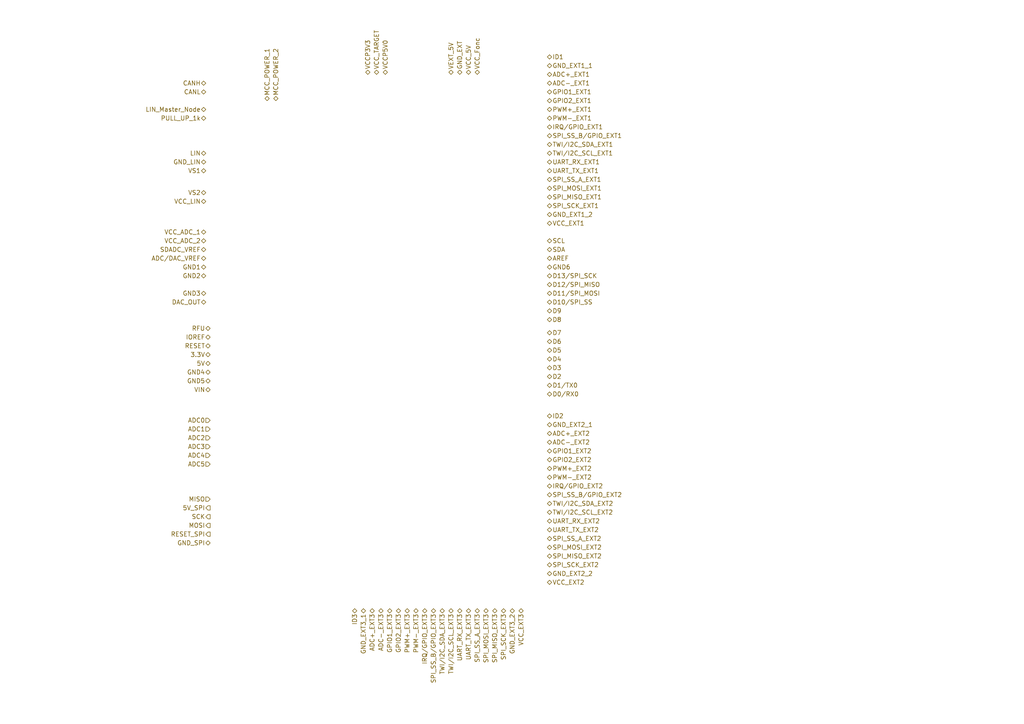
<source format=kicad_sch>
(kicad_sch
	(version 20231120)
	(generator "eeschema")
	(generator_version "8.0")
	(uuid "17d328c9-8671-4a04-b718-0973be1a7baf")
	(paper "A4")
	(title_block
		(title "VCU DEV_BENCH")
		(date "2024-06-28")
		(rev "v1")
		(company "EPSA")
	)
	(lib_symbols)
	(hierarchical_label "ADC+_EXT3"
		(shape bidirectional)
		(at 107.95 176.53 270)
		(fields_autoplaced yes)
		(effects
			(font
				(size 1.27 1.27)
			)
			(justify right)
		)
		(uuid "00957964-5e80-4441-88d1-2573b6a5f63e")
	)
	(hierarchical_label "VCC_ADC_2"
		(shape bidirectional)
		(at 59.69 69.85 180)
		(fields_autoplaced yes)
		(effects
			(font
				(size 1.27 1.27)
			)
			(justify right)
		)
		(uuid "03fb9e0e-dfe9-4b7e-841c-cd954f731939")
	)
	(hierarchical_label "SPI_SS_A_EXT2"
		(shape bidirectional)
		(at 158.75 156.21 0)
		(fields_autoplaced yes)
		(effects
			(font
				(size 1.27 1.27)
			)
			(justify left)
		)
		(uuid "06a724d3-8655-41aa-92c1-1ee842b5562b")
	)
	(hierarchical_label "GPIO1_EXT3"
		(shape bidirectional)
		(at 113.03 176.53 270)
		(fields_autoplaced yes)
		(effects
			(font
				(size 1.27 1.27)
			)
			(justify right)
		)
		(uuid "06e10c77-6446-434f-9910-aa69eb519b2c")
	)
	(hierarchical_label "ADC2"
		(shape input)
		(at 60.96 127 180)
		(fields_autoplaced yes)
		(effects
			(font
				(size 1.27 1.27)
			)
			(justify right)
		)
		(uuid "0ace6a4f-2825-4e87-ab08-f7ddc4f71cc3")
	)
	(hierarchical_label "D8"
		(shape bidirectional)
		(at 158.75 92.71 0)
		(fields_autoplaced yes)
		(effects
			(font
				(size 1.27 1.27)
			)
			(justify left)
		)
		(uuid "0d01aef9-5c37-427d-be25-ac399c2b8193")
	)
	(hierarchical_label "GND1"
		(shape bidirectional)
		(at 59.69 77.47 180)
		(fields_autoplaced yes)
		(effects
			(font
				(size 1.27 1.27)
			)
			(justify right)
		)
		(uuid "13d16cfe-8b1a-4770-891d-aadc2700e812")
	)
	(hierarchical_label "SPI_MISO_EXT2"
		(shape bidirectional)
		(at 158.75 161.29 0)
		(fields_autoplaced yes)
		(effects
			(font
				(size 1.27 1.27)
			)
			(justify left)
		)
		(uuid "1766c320-d9c5-469b-88cd-b1d2fd0d60a5")
	)
	(hierarchical_label "D9"
		(shape bidirectional)
		(at 158.75 90.17 0)
		(fields_autoplaced yes)
		(effects
			(font
				(size 1.27 1.27)
			)
			(justify left)
		)
		(uuid "17e37590-890f-4d64-9979-708f1179bfe1")
	)
	(hierarchical_label "VCC_ADC_1"
		(shape bidirectional)
		(at 59.69 67.31 180)
		(fields_autoplaced yes)
		(effects
			(font
				(size 1.27 1.27)
			)
			(justify right)
		)
		(uuid "19f1c554-36bd-4133-b94d-855da9e06e4f")
	)
	(hierarchical_label "GND_EXT2_1"
		(shape bidirectional)
		(at 158.75 123.19 0)
		(fields_autoplaced yes)
		(effects
			(font
				(size 1.27 1.27)
			)
			(justify left)
		)
		(uuid "1c8fd3b2-f76b-48fd-bf39-d821ba0264a5")
	)
	(hierarchical_label "GND_EXT1_2"
		(shape bidirectional)
		(at 158.75 62.23 0)
		(fields_autoplaced yes)
		(effects
			(font
				(size 1.27 1.27)
			)
			(justify left)
		)
		(uuid "1eb94610-969c-41f2-b601-6a3a4d7b5010")
	)
	(hierarchical_label "SPI_SS_A_EXT1"
		(shape bidirectional)
		(at 158.75 52.07 0)
		(fields_autoplaced yes)
		(effects
			(font
				(size 1.27 1.27)
			)
			(justify left)
		)
		(uuid "22c3100f-d05b-4c61-87fe-a3da9cdf8061")
	)
	(hierarchical_label "SPI_SCK_EXT3"
		(shape bidirectional)
		(at 146.05 176.53 270)
		(fields_autoplaced yes)
		(effects
			(font
				(size 1.27 1.27)
			)
			(justify right)
		)
		(uuid "25514245-937f-4f90-96e0-bcafcee35a76")
	)
	(hierarchical_label "IRQ{slash}GPIO_EXT3"
		(shape bidirectional)
		(at 123.19 176.53 270)
		(fields_autoplaced yes)
		(effects
			(font
				(size 1.27 1.27)
			)
			(justify right)
		)
		(uuid "2779800e-7c49-44f7-8f06-f3b856be80c5")
	)
	(hierarchical_label "GND5"
		(shape bidirectional)
		(at 60.96 110.49 180)
		(fields_autoplaced yes)
		(effects
			(font
				(size 1.27 1.27)
			)
			(justify right)
		)
		(uuid "2942c1bb-a0af-4356-a2c4-42e0407f6a91")
	)
	(hierarchical_label "TWI{slash}I2C_SCL_EXT1"
		(shape bidirectional)
		(at 158.75 44.45 0)
		(fields_autoplaced yes)
		(effects
			(font
				(size 1.27 1.27)
			)
			(justify left)
		)
		(uuid "2aafc5af-e272-4bd8-a218-e90006a48403")
	)
	(hierarchical_label "RESET"
		(shape bidirectional)
		(at 60.96 100.33 180)
		(fields_autoplaced yes)
		(effects
			(font
				(size 1.27 1.27)
			)
			(justify right)
		)
		(uuid "2bfd316d-7123-40f8-b78c-2e2c540d91d5")
	)
	(hierarchical_label "5V_SPI"
		(shape output)
		(at 60.96 147.32 180)
		(fields_autoplaced yes)
		(effects
			(font
				(size 1.27 1.27)
			)
			(justify right)
		)
		(uuid "2c0c933f-55ef-422a-95eb-c49e7a456993")
	)
	(hierarchical_label "ADC-_EXT2"
		(shape bidirectional)
		(at 158.75 128.27 0)
		(fields_autoplaced yes)
		(effects
			(font
				(size 1.27 1.27)
			)
			(justify left)
		)
		(uuid "2c1e5ccb-3dcb-40d5-b853-feac3f18b964")
	)
	(hierarchical_label "ADC{slash}DAC_VREF"
		(shape bidirectional)
		(at 59.69 74.93 180)
		(fields_autoplaced yes)
		(effects
			(font
				(size 1.27 1.27)
			)
			(justify right)
		)
		(uuid "334d1a26-7367-46df-9f27-d116ab8daf0f")
	)
	(hierarchical_label "UART_TX_EXT1"
		(shape bidirectional)
		(at 158.75 49.53 0)
		(fields_autoplaced yes)
		(effects
			(font
				(size 1.27 1.27)
			)
			(justify left)
		)
		(uuid "34215980-3104-47ad-8b15-45e1539f1982")
	)
	(hierarchical_label "VS1"
		(shape bidirectional)
		(at 59.69 49.53 180)
		(fields_autoplaced yes)
		(effects
			(font
				(size 1.27 1.27)
			)
			(justify right)
		)
		(uuid "36f5e79f-bf81-4c1d-8488-a425e7e9efa9")
	)
	(hierarchical_label "GND_SPI"
		(shape bidirectional)
		(at 60.96 157.48 180)
		(fields_autoplaced yes)
		(effects
			(font
				(size 1.27 1.27)
			)
			(justify right)
		)
		(uuid "37edf679-53f1-4375-b3ec-6bf7aca1e71a")
	)
	(hierarchical_label "D3"
		(shape bidirectional)
		(at 158.75 106.68 0)
		(fields_autoplaced yes)
		(effects
			(font
				(size 1.27 1.27)
			)
			(justify left)
		)
		(uuid "39a27dc3-48b2-4374-b224-95d994343b5e")
	)
	(hierarchical_label "SPI_MOSI_EXT1"
		(shape bidirectional)
		(at 158.75 54.61 0)
		(fields_autoplaced yes)
		(effects
			(font
				(size 1.27 1.27)
			)
			(justify left)
		)
		(uuid "3bb51f9b-28ab-4f00-a462-4111694e2c14")
	)
	(hierarchical_label "PWM+_EXT3"
		(shape bidirectional)
		(at 118.11 176.53 270)
		(fields_autoplaced yes)
		(effects
			(font
				(size 1.27 1.27)
			)
			(justify right)
		)
		(uuid "3ce48cc9-251e-482c-a227-6e329ec2a5ce")
	)
	(hierarchical_label "TWI{slash}I2C_SCL_EXT3"
		(shape bidirectional)
		(at 130.81 176.53 270)
		(fields_autoplaced yes)
		(effects
			(font
				(size 1.27 1.27)
			)
			(justify right)
		)
		(uuid "3f2d7908-5d6e-49a8-9162-5edd216b817d")
	)
	(hierarchical_label "ADC5"
		(shape input)
		(at 60.96 134.62 180)
		(fields_autoplaced yes)
		(effects
			(font
				(size 1.27 1.27)
			)
			(justify right)
		)
		(uuid "3feed93c-f11c-4415-90f6-f804462054b6")
	)
	(hierarchical_label "TWI{slash}I2C_SDA_EXT3"
		(shape bidirectional)
		(at 128.27 176.53 270)
		(fields_autoplaced yes)
		(effects
			(font
				(size 1.27 1.27)
			)
			(justify right)
		)
		(uuid "44a63acc-ff30-4550-b5e7-33a07837f7e8")
	)
	(hierarchical_label "VEXT_5V"
		(shape bidirectional)
		(at 130.81 21.59 90)
		(fields_autoplaced yes)
		(effects
			(font
				(size 1.27 1.27)
			)
			(justify left)
		)
		(uuid "45438305-7fba-48d9-98de-49248e7119c7")
	)
	(hierarchical_label "UART_TX_EXT2"
		(shape bidirectional)
		(at 158.75 153.67 0)
		(fields_autoplaced yes)
		(effects
			(font
				(size 1.27 1.27)
			)
			(justify left)
		)
		(uuid "454d704f-d106-4952-9c99-d8c7a968f69d")
	)
	(hierarchical_label "DAC_OUT"
		(shape bidirectional)
		(at 59.69 87.63 180)
		(fields_autoplaced yes)
		(effects
			(font
				(size 1.27 1.27)
			)
			(justify right)
		)
		(uuid "467f598d-f441-4393-9e7c-0c0523707509")
	)
	(hierarchical_label "SPI_SCK_EXT1"
		(shape bidirectional)
		(at 158.75 59.69 0)
		(fields_autoplaced yes)
		(effects
			(font
				(size 1.27 1.27)
			)
			(justify left)
		)
		(uuid "46bc8af9-fa11-4f97-a2f8-181e37c84080")
	)
	(hierarchical_label "PWM-_EXT3"
		(shape bidirectional)
		(at 120.65 176.53 270)
		(fields_autoplaced yes)
		(effects
			(font
				(size 1.27 1.27)
			)
			(justify right)
		)
		(uuid "48c3713f-4926-455a-b1c3-4972abd5776f")
	)
	(hierarchical_label "D7"
		(shape bidirectional)
		(at 158.75 96.52 0)
		(fields_autoplaced yes)
		(effects
			(font
				(size 1.27 1.27)
			)
			(justify left)
		)
		(uuid "48e11357-0c3c-44ac-9299-ea4ed7f3583d")
	)
	(hierarchical_label "VCC_Fonc"
		(shape bidirectional)
		(at 138.43 21.59 90)
		(fields_autoplaced yes)
		(effects
			(font
				(size 1.27 1.27)
			)
			(justify left)
		)
		(uuid "4ab05fde-9fd2-4451-b400-ae9be76a9ad0")
	)
	(hierarchical_label "IOREF"
		(shape bidirectional)
		(at 60.96 97.79 180)
		(fields_autoplaced yes)
		(effects
			(font
				(size 1.27 1.27)
			)
			(justify right)
		)
		(uuid "4ac162f4-d8c4-413a-8b75-542832f69fa2")
	)
	(hierarchical_label "PWM-_EXT1"
		(shape bidirectional)
		(at 158.75 34.29 0)
		(fields_autoplaced yes)
		(effects
			(font
				(size 1.27 1.27)
			)
			(justify left)
		)
		(uuid "4b501ae5-ebdc-4776-a45e-6f772dd1bc29")
	)
	(hierarchical_label "SPI_MISO_EXT3"
		(shape bidirectional)
		(at 143.51 176.53 270)
		(fields_autoplaced yes)
		(effects
			(font
				(size 1.27 1.27)
			)
			(justify right)
		)
		(uuid "4c6a952e-62e5-4a9b-9a88-324fea333adc")
	)
	(hierarchical_label "GND_EXT2_2"
		(shape bidirectional)
		(at 158.75 166.37 0)
		(fields_autoplaced yes)
		(effects
			(font
				(size 1.27 1.27)
			)
			(justify left)
		)
		(uuid "4cd1463b-f812-4c8f-88a6-dce7349bb226")
	)
	(hierarchical_label "PULL_UP_1k"
		(shape bidirectional)
		(at 59.69 34.29 180)
		(fields_autoplaced yes)
		(effects
			(font
				(size 1.27 1.27)
			)
			(justify right)
		)
		(uuid "4ceeac11-4be4-4572-8651-fadf48e04145")
	)
	(hierarchical_label "GND_EXT3_1"
		(shape bidirectional)
		(at 105.41 176.53 270)
		(fields_autoplaced yes)
		(effects
			(font
				(size 1.27 1.27)
			)
			(justify right)
		)
		(uuid "4efce96b-fbb1-4744-bf66-260abf6c3e5f")
	)
	(hierarchical_label "D11{slash}SPI_MOSI"
		(shape bidirectional)
		(at 158.75 85.09 0)
		(fields_autoplaced yes)
		(effects
			(font
				(size 1.27 1.27)
			)
			(justify left)
		)
		(uuid "5175260d-cb9a-4375-9d3c-8466eee84160")
	)
	(hierarchical_label "RESET_SPI"
		(shape output)
		(at 60.96 154.94 180)
		(fields_autoplaced yes)
		(effects
			(font
				(size 1.27 1.27)
			)
			(justify right)
		)
		(uuid "51d2afe4-2305-4458-ab20-882903075f32")
	)
	(hierarchical_label "D2"
		(shape bidirectional)
		(at 158.75 109.22 0)
		(fields_autoplaced yes)
		(effects
			(font
				(size 1.27 1.27)
			)
			(justify left)
		)
		(uuid "544f2b49-9b2d-4d3b-92e2-e15f915c4679")
	)
	(hierarchical_label "D13{slash}SPI_SCK"
		(shape bidirectional)
		(at 158.75 80.01 0)
		(fields_autoplaced yes)
		(effects
			(font
				(size 1.27 1.27)
			)
			(justify left)
		)
		(uuid "556287ce-f97e-460c-ac58-57399b5e8ca3")
	)
	(hierarchical_label "VCC_LIN"
		(shape bidirectional)
		(at 59.69 58.42 180)
		(fields_autoplaced yes)
		(effects
			(font
				(size 1.27 1.27)
			)
			(justify right)
		)
		(uuid "5c07e8a3-0208-4fa2-9920-ce338c68a476")
	)
	(hierarchical_label "PWM+_EXT2"
		(shape bidirectional)
		(at 158.75 135.89 0)
		(fields_autoplaced yes)
		(effects
			(font
				(size 1.27 1.27)
			)
			(justify left)
		)
		(uuid "5cf86143-1141-47ac-8ed6-8d8ff1b821fb")
	)
	(hierarchical_label "ID2"
		(shape bidirectional)
		(at 158.75 120.65 0)
		(fields_autoplaced yes)
		(effects
			(font
				(size 1.27 1.27)
			)
			(justify left)
		)
		(uuid "5d103164-1fdf-4abc-896c-4b0e4d15a26a")
	)
	(hierarchical_label "VCC_EXT3"
		(shape bidirectional)
		(at 151.13 176.53 270)
		(fields_autoplaced yes)
		(effects
			(font
				(size 1.27 1.27)
			)
			(justify right)
		)
		(uuid "632612e6-cdbe-401e-b7c9-d20b08c1e13b")
	)
	(hierarchical_label "D10{slash}SPI_SS"
		(shape bidirectional)
		(at 158.75 87.63 0)
		(fields_autoplaced yes)
		(effects
			(font
				(size 1.27 1.27)
			)
			(justify left)
		)
		(uuid "65ec8327-4703-487b-bc72-92d1a8704141")
	)
	(hierarchical_label "ID1"
		(shape bidirectional)
		(at 158.75 16.51 0)
		(fields_autoplaced yes)
		(effects
			(font
				(size 1.27 1.27)
			)
			(justify left)
		)
		(uuid "672f1e7e-7a2b-40b2-952d-443b66b9d7be")
	)
	(hierarchical_label "ADC0"
		(shape input)
		(at 60.96 121.92 180)
		(fields_autoplaced yes)
		(effects
			(font
				(size 1.27 1.27)
			)
			(justify right)
		)
		(uuid "67c7d2b1-8109-48ec-b7b7-d6a9342edbea")
	)
	(hierarchical_label "GND6"
		(shape bidirectional)
		(at 158.75 77.47 0)
		(fields_autoplaced yes)
		(effects
			(font
				(size 1.27 1.27)
			)
			(justify left)
		)
		(uuid "68580b09-dfef-48a2-9de0-4e1854bf6ca5")
	)
	(hierarchical_label "SPI_SS_B{slash}GPIO_EXT2"
		(shape bidirectional)
		(at 158.75 143.51 0)
		(fields_autoplaced yes)
		(effects
			(font
				(size 1.27 1.27)
			)
			(justify left)
		)
		(uuid "6b26e266-9c5e-4392-b651-c4e1e0a5ed45")
	)
	(hierarchical_label "CANL"
		(shape bidirectional)
		(at 59.69 26.67 180)
		(fields_autoplaced yes)
		(effects
			(font
				(size 1.27 1.27)
			)
			(justify right)
		)
		(uuid "6b8ed547-69ad-4a5c-af74-336f5da4f8e7")
	)
	(hierarchical_label "MOSI"
		(shape output)
		(at 60.96 152.4 180)
		(fields_autoplaced yes)
		(effects
			(font
				(size 1.27 1.27)
			)
			(justify right)
		)
		(uuid "6f4057dc-b94f-4e57-9dbe-ef806f4592c1")
	)
	(hierarchical_label "GND2"
		(shape bidirectional)
		(at 59.69 80.01 180)
		(fields_autoplaced yes)
		(effects
			(font
				(size 1.27 1.27)
			)
			(justify right)
		)
		(uuid "72cc8b8c-3bd1-4f85-bd30-b9d360bcd870")
	)
	(hierarchical_label "VIN"
		(shape bidirectional)
		(at 60.96 113.03 180)
		(fields_autoplaced yes)
		(effects
			(font
				(size 1.27 1.27)
			)
			(justify right)
		)
		(uuid "75519ba0-9588-4355-9b84-28f92c90237f")
	)
	(hierarchical_label "GND3"
		(shape bidirectional)
		(at 59.69 85.09 180)
		(fields_autoplaced yes)
		(effects
			(font
				(size 1.27 1.27)
			)
			(justify right)
		)
		(uuid "77be3c47-0bd8-41ed-b525-96fced9e077d")
	)
	(hierarchical_label "MISO"
		(shape input)
		(at 60.96 144.78 180)
		(fields_autoplaced yes)
		(effects
			(font
				(size 1.27 1.27)
			)
			(justify right)
		)
		(uuid "77f7f348-10ab-47e2-9404-244533661c1b")
	)
	(hierarchical_label "ADC-_EXT1"
		(shape bidirectional)
		(at 158.75 24.13 0)
		(fields_autoplaced yes)
		(effects
			(font
				(size 1.27 1.27)
			)
			(justify left)
		)
		(uuid "79d9a207-861f-4b67-bb5a-a473a6cd893d")
	)
	(hierarchical_label "GPIO2_EXT2"
		(shape bidirectional)
		(at 158.75 133.35 0)
		(fields_autoplaced yes)
		(effects
			(font
				(size 1.27 1.27)
			)
			(justify left)
		)
		(uuid "7a05c390-c372-4cde-8fa3-fd39612523d9")
	)
	(hierarchical_label "GND_EXT1_1"
		(shape bidirectional)
		(at 158.75 19.05 0)
		(fields_autoplaced yes)
		(effects
			(font
				(size 1.27 1.27)
			)
			(justify left)
		)
		(uuid "7ad333f2-a65a-45bc-97ed-205ba3008228")
	)
	(hierarchical_label "TWI{slash}I2C_SCL_EXT2"
		(shape bidirectional)
		(at 158.75 148.59 0)
		(fields_autoplaced yes)
		(effects
			(font
				(size 1.27 1.27)
			)
			(justify left)
		)
		(uuid "7dc5cc1e-3e55-4dc3-8a7f-d3b5f0a91271")
	)
	(hierarchical_label "CANH"
		(shape bidirectional)
		(at 59.69 24.13 180)
		(fields_autoplaced yes)
		(effects
			(font
				(size 1.27 1.27)
			)
			(justify right)
		)
		(uuid "7f0c35ed-85d5-4aae-a0d4-c7a4fb2deb4f")
	)
	(hierarchical_label "VCC_5V"
		(shape bidirectional)
		(at 135.89 21.59 90)
		(fields_autoplaced yes)
		(effects
			(font
				(size 1.27 1.27)
			)
			(justify left)
		)
		(uuid "7fc000b3-300e-424b-9028-ee6cf66dd2bb")
	)
	(hierarchical_label "LIN_Master_Node"
		(shape bidirectional)
		(at 59.69 31.75 180)
		(fields_autoplaced yes)
		(effects
			(font
				(size 1.27 1.27)
			)
			(justify right)
		)
		(uuid "80f78f02-5f7f-4588-878b-bd471a743e39")
	)
	(hierarchical_label "SPI_MISO_EXT1"
		(shape bidirectional)
		(at 158.75 57.15 0)
		(fields_autoplaced yes)
		(effects
			(font
				(size 1.27 1.27)
			)
			(justify left)
		)
		(uuid "8100b105-e4a3-4e0f-9731-588a552b03da")
	)
	(hierarchical_label "3.3V"
		(shape bidirectional)
		(at 60.96 102.87 180)
		(fields_autoplaced yes)
		(effects
			(font
				(size 1.27 1.27)
			)
			(justify right)
		)
		(uuid "8224d508-b68b-4a29-ab8c-b829c1914b9c")
	)
	(hierarchical_label "VCC_EXT1"
		(shape bidirectional)
		(at 158.75 64.77 0)
		(fields_autoplaced yes)
		(effects
			(font
				(size 1.27 1.27)
			)
			(justify left)
		)
		(uuid "8240a970-0476-4c17-8b59-0502e60a18c9")
	)
	(hierarchical_label "GPIO1_EXT1"
		(shape bidirectional)
		(at 158.75 26.67 0)
		(fields_autoplaced yes)
		(effects
			(font
				(size 1.27 1.27)
			)
			(justify left)
		)
		(uuid "8281cd62-fbd8-4ee4-a81a-31ed52bbda35")
	)
	(hierarchical_label "VS2"
		(shape bidirectional)
		(at 59.69 55.88 180)
		(fields_autoplaced yes)
		(effects
			(font
				(size 1.27 1.27)
			)
			(justify right)
		)
		(uuid "852f057d-29f7-47f2-806d-f83d2cb991cf")
	)
	(hierarchical_label "ADC3"
		(shape input)
		(at 60.96 129.54 180)
		(fields_autoplaced yes)
		(effects
			(font
				(size 1.27 1.27)
			)
			(justify right)
		)
		(uuid "8accd8cf-b63e-4464-ab46-0aaa37ce5ef4")
	)
	(hierarchical_label "D12{slash}SPI_MISO"
		(shape bidirectional)
		(at 158.75 82.55 0)
		(fields_autoplaced yes)
		(effects
			(font
				(size 1.27 1.27)
			)
			(justify left)
		)
		(uuid "8bd8cd41-b5a2-4a84-82fc-d988fdbeab2e")
	)
	(hierarchical_label "ADC4"
		(shape input)
		(at 60.96 132.08 180)
		(fields_autoplaced yes)
		(effects
			(font
				(size 1.27 1.27)
			)
			(justify right)
		)
		(uuid "8ccf5fe5-abdb-4649-a100-ecd6ddfe209c")
	)
	(hierarchical_label "SDA"
		(shape bidirectional)
		(at 158.75 72.39 0)
		(fields_autoplaced yes)
		(effects
			(font
				(size 1.27 1.27)
			)
			(justify left)
		)
		(uuid "936dd5d6-e0b8-4ea8-bfc0-cbc0b459530e")
	)
	(hierarchical_label "ID3"
		(shape bidirectional)
		(at 102.87 176.53 270)
		(fields_autoplaced yes)
		(effects
			(font
				(size 1.27 1.27)
			)
			(justify right)
		)
		(uuid "9471f661-42ce-4649-b11d-324f4dd6fcc5")
	)
	(hierarchical_label "VCCP5V0"
		(shape bidirectional)
		(at 111.76 21.59 90)
		(fields_autoplaced yes)
		(effects
			(font
				(size 1.27 1.27)
			)
			(justify left)
		)
		(uuid "95efc20c-b768-4222-99ff-8cb57af9ba95")
	)
	(hierarchical_label "GPIO1_EXT2"
		(shape bidirectional)
		(at 158.75 130.81 0)
		(fields_autoplaced yes)
		(effects
			(font
				(size 1.27 1.27)
			)
			(justify left)
		)
		(uuid "9842edad-04f6-4dbb-a3bf-22d486e0d435")
	)
	(hierarchical_label "SDADC_VREF"
		(shape bidirectional)
		(at 59.69 72.39 180)
		(fields_autoplaced yes)
		(effects
			(font
				(size 1.27 1.27)
			)
			(justify right)
		)
		(uuid "9ba28652-2d77-48bf-a377-bc4114ce7188")
	)
	(hierarchical_label "UART_RX_EXT3"
		(shape bidirectional)
		(at 133.35 176.53 270)
		(fields_autoplaced yes)
		(effects
			(font
				(size 1.27 1.27)
			)
			(justify right)
		)
		(uuid "9e2b7107-2da9-4579-a7a0-9652a88232c3")
	)
	(hierarchical_label "UART_TX_EXT3"
		(shape bidirectional)
		(at 135.89 176.53 270)
		(fields_autoplaced yes)
		(effects
			(font
				(size 1.27 1.27)
			)
			(justify right)
		)
		(uuid "a54bb4d3-8e78-448c-a8a8-3849505f1f63")
	)
	(hierarchical_label "MCC_POWER_1"
		(shape bidirectional)
		(at 77.47 29.21 90)
		(fields_autoplaced yes)
		(effects
			(font
				(size 1.27 1.27)
			)
			(justify left)
		)
		(uuid "a66cb1d6-b47c-4fec-b37f-ee57b105cb20")
	)
	(hierarchical_label "VCCP3V3"
		(shape bidirectional)
		(at 106.68 21.59 90)
		(fields_autoplaced yes)
		(effects
			(font
				(size 1.27 1.27)
			)
			(justify left)
		)
		(uuid "b02ef129-2e20-4a1e-bc3d-babd066b730b")
	)
	(hierarchical_label "PWM-_EXT2"
		(shape bidirectional)
		(at 158.75 138.43 0)
		(fields_autoplaced yes)
		(effects
			(font
				(size 1.27 1.27)
			)
			(justify left)
		)
		(uuid "b1039a37-5e9f-4344-a7b8-e6ceb0cc8b05")
	)
	(hierarchical_label "D1{slash}TX0"
		(shape bidirectional)
		(at 158.75 111.76 0)
		(fields_autoplaced yes)
		(effects
			(font
				(size 1.27 1.27)
			)
			(justify left)
		)
		(uuid "b262b4c5-081c-4585-b57e-5b71a0ebf4eb")
	)
	(hierarchical_label "PWM+_EXT1"
		(shape bidirectional)
		(at 158.75 31.75 0)
		(fields_autoplaced yes)
		(effects
			(font
				(size 1.27 1.27)
			)
			(justify left)
		)
		(uuid "b3e999d2-e0ab-4423-ba93-d95c8f09ec62")
	)
	(hierarchical_label "D4"
		(shape bidirectional)
		(at 158.75 104.14 0)
		(fields_autoplaced yes)
		(effects
			(font
				(size 1.27 1.27)
			)
			(justify left)
		)
		(uuid "b8fcfbb6-d853-4d03-92dd-dd364755247d")
	)
	(hierarchical_label "IRQ{slash}GPIO_EXT2"
		(shape bidirectional)
		(at 158.75 140.97 0)
		(fields_autoplaced yes)
		(effects
			(font
				(size 1.27 1.27)
			)
			(justify left)
		)
		(uuid "ba5e4a88-317b-4d77-97ef-24aa5f744b99")
	)
	(hierarchical_label "ADC+_EXT1"
		(shape bidirectional)
		(at 158.75 21.59 0)
		(fields_autoplaced yes)
		(effects
			(font
				(size 1.27 1.27)
			)
			(justify left)
		)
		(uuid "bf88d8e1-7497-41a9-8974-18cedfa23579")
	)
	(hierarchical_label "GND4"
		(shape bidirectional)
		(at 60.96 107.95 180)
		(fields_autoplaced yes)
		(effects
			(font
				(size 1.27 1.27)
			)
			(justify right)
		)
		(uuid "c0540de0-7bd9-4deb-8638-592b1daa42ed")
	)
	(hierarchical_label "SPI_MOSI_EXT2"
		(shape bidirectional)
		(at 158.75 158.75 0)
		(fields_autoplaced yes)
		(effects
			(font
				(size 1.27 1.27)
			)
			(justify left)
		)
		(uuid "c0a4dfcd-cb2b-4452-aa28-c2b008983b6e")
	)
	(hierarchical_label "TWI{slash}I2C_SDA_EXT1"
		(shape bidirectional)
		(at 158.75 41.91 0)
		(fields_autoplaced yes)
		(effects
			(font
				(size 1.27 1.27)
			)
			(justify left)
		)
		(uuid "c26d66cb-0f5a-421d-b6f9-2f5379f36b44")
	)
	(hierarchical_label "GPIO2_EXT1"
		(shape bidirectional)
		(at 158.75 29.21 0)
		(fields_autoplaced yes)
		(effects
			(font
				(size 1.27 1.27)
			)
			(justify left)
		)
		(uuid "c31d2a22-53cb-4e13-936d-e5471caad1f1")
	)
	(hierarchical_label "SCK"
		(shape output)
		(at 60.96 149.86 180)
		(fields_autoplaced yes)
		(effects
			(font
				(size 1.27 1.27)
			)
			(justify right)
		)
		(uuid "c40fe3ec-c035-4187-8414-49990e66006f")
	)
	(hierarchical_label "UART_RX_EXT1"
		(shape bidirectional)
		(at 158.75 46.99 0)
		(fields_autoplaced yes)
		(effects
			(font
				(size 1.27 1.27)
			)
			(justify left)
		)
		(uuid "c7dc8299-5ff0-45b3-9da2-02b38389bf1f")
	)
	(hierarchical_label "ADC-_EXT3"
		(shape bidirectional)
		(at 110.49 176.53 270)
		(fields_autoplaced yes)
		(effects
			(font
				(size 1.27 1.27)
			)
			(justify right)
		)
		(uuid "c8a311e3-daea-4791-92cd-710dcd778adf")
	)
	(hierarchical_label "5V"
		(shape bidirectional)
		(at 60.96 105.41 180)
		(fields_autoplaced yes)
		(effects
			(font
				(size 1.27 1.27)
			)
			(justify right)
		)
		(uuid "c900128a-413b-4425-9da9-c8f2d6498b77")
	)
	(hierarchical_label "RFU"
		(shape bidirectional)
		(at 60.96 95.25 180)
		(fields_autoplaced yes)
		(effects
			(font
				(size 1.27 1.27)
			)
			(justify right)
		)
		(uuid "cc084b32-c642-436c-a245-f80ffafbeadb")
	)
	(hierarchical_label "SPI_SCK_EXT2"
		(shape bidirectional)
		(at 158.75 163.83 0)
		(fields_autoplaced yes)
		(effects
			(font
				(size 1.27 1.27)
			)
			(justify left)
		)
		(uuid "cc4efb95-e333-4b2f-94ca-d5dc562bfc42")
	)
	(hierarchical_label "GND_EXT"
		(shape bidirectional)
		(at 133.35 21.59 90)
		(fields_autoplaced yes)
		(effects
			(font
				(size 1.27 1.27)
			)
			(justify left)
		)
		(uuid "cdae7396-dfd8-48ee-bf5b-66c68d312df8")
	)
	(hierarchical_label "D6"
		(shape bidirectional)
		(at 158.75 99.06 0)
		(fields_autoplaced yes)
		(effects
			(font
				(size 1.27 1.27)
			)
			(justify left)
		)
		(uuid "d113d03e-7349-4f4f-84ce-9be0a56c66eb")
	)
	(hierarchical_label "VCC_EXT2"
		(shape bidirectional)
		(at 158.75 168.91 0)
		(fields_autoplaced yes)
		(effects
			(font
				(size 1.27 1.27)
			)
			(justify left)
		)
		(uuid "d45002cb-ea63-4a5d-ae54-881ba691bf1b")
	)
	(hierarchical_label "SPI_MOSI_EXT3"
		(shape bidirectional)
		(at 140.97 176.53 270)
		(fields_autoplaced yes)
		(effects
			(font
				(size 1.27 1.27)
			)
			(justify right)
		)
		(uuid "d5735c53-4b57-400d-a67a-55a1ad068740")
	)
	(hierarchical_label "TWI{slash}I2C_SDA_EXT2"
		(shape bidirectional)
		(at 158.75 146.05 0)
		(fields_autoplaced yes)
		(effects
			(font
				(size 1.27 1.27)
			)
			(justify left)
		)
		(uuid "d5be8261-3e19-46f5-9421-c0917bc42e38")
	)
	(hierarchical_label "GND_LIN"
		(shape bidirectional)
		(at 59.69 46.99 180)
		(fields_autoplaced yes)
		(effects
			(font
				(size 1.27 1.27)
			)
			(justify right)
		)
		(uuid "d8765013-ce3b-4295-bd2d-578cb3842678")
	)
	(hierarchical_label "MCC_POWER_2"
		(shape bidirectional)
		(at 80.01 29.21 90)
		(fields_autoplaced yes)
		(effects
			(font
				(size 1.27 1.27)
			)
			(justify left)
		)
		(uuid "d9528f58-29fb-4b38-855a-e5896cf04fbf")
	)
	(hierarchical_label "ADC+_EXT2"
		(shape bidirectional)
		(at 158.75 125.73 0)
		(fields_autoplaced yes)
		(effects
			(font
				(size 1.27 1.27)
			)
			(justify left)
		)
		(uuid "dcef3efd-d053-4e1e-bb3d-6cdf70cf7b1d")
	)
	(hierarchical_label "UART_RX_EXT2"
		(shape bidirectional)
		(at 158.75 151.13 0)
		(fields_autoplaced yes)
		(effects
			(font
				(size 1.27 1.27)
			)
			(justify left)
		)
		(uuid "de24e013-5a43-4709-b017-b6d4991b7531")
	)
	(hierarchical_label "D5"
		(shape bidirectional)
		(at 158.75 101.6 0)
		(fields_autoplaced yes)
		(effects
			(font
				(size 1.27 1.27)
			)
			(justify left)
		)
		(uuid "de3bd560-1460-4c7b-a998-4272e3eb28f5")
	)
	(hierarchical_label "ADC1"
		(shape input)
		(at 60.96 124.46 180)
		(fields_autoplaced yes)
		(effects
			(font
				(size 1.27 1.27)
			)
			(justify right)
		)
		(uuid "de8dbfc0-a8b9-46b0-bc84-c04b5dd00a40")
	)
	(hierarchical_label "AREF"
		(shape bidirectional)
		(at 158.75 74.93 0)
		(fields_autoplaced yes)
		(effects
			(font
				(size 1.27 1.27)
			)
			(justify left)
		)
		(uuid "debacb9c-ddaf-46a0-8741-1f24cf36e3af")
	)
	(hierarchical_label "GPIO2_EXT3"
		(shape bidirectional)
		(at 115.57 176.53 270)
		(fields_autoplaced yes)
		(effects
			(font
				(size 1.27 1.27)
			)
			(justify right)
		)
		(uuid "e0d9e25b-1952-4ddb-83a8-14f8f087866b")
	)
	(hierarchical_label "SCL"
		(shape bidirectional)
		(at 158.75 69.85 0)
		(fields_autoplaced yes)
		(effects
			(font
				(size 1.27 1.27)
			)
			(justify left)
		)
		(uuid "e9382331-ebae-409f-93e0-a2cd31e5927d")
	)
	(hierarchical_label "D0{slash}RX0"
		(shape bidirectional)
		(at 158.75 114.3 0)
		(fields_autoplaced yes)
		(effects
			(font
				(size 1.27 1.27)
			)
			(justify left)
		)
		(uuid "eb773f70-e283-4d71-bc1e-fae40804c389")
	)
	(hierarchical_label "SPI_SS_B{slash}GPIO_EXT1"
		(shape bidirectional)
		(at 158.75 39.37 0)
		(fields_autoplaced yes)
		(effects
			(font
				(size 1.27 1.27)
			)
			(justify left)
		)
		(uuid "ed0f4fa3-4695-4faf-b83b-e652c90f6b93")
	)
	(hierarchical_label "IRQ{slash}GPIO_EXT1"
		(shape bidirectional)
		(at 158.75 36.83 0)
		(fields_autoplaced yes)
		(effects
			(font
				(size 1.27 1.27)
			)
			(justify left)
		)
		(uuid "ed226f26-83f5-4e10-8858-9e1ca30b3cf2")
	)
	(hierarchical_label "SPI_SS_A_EXT3"
		(shape bidirectional)
		(at 138.43 176.53 270)
		(fields_autoplaced yes)
		(effects
			(font
				(size 1.27 1.27)
			)
			(justify right)
		)
		(uuid "ed56e356-b913-4823-863a-799a76d52066")
	)
	(hierarchical_label "LIN"
		(shape bidirectional)
		(at 59.69 44.45 180)
		(fields_autoplaced yes)
		(effects
			(font
				(size 1.27 1.27)
			)
			(justify right)
		)
		(uuid "f296ff2e-bf83-4c46-996b-1af485b6aeaa")
	)
	(hierarchical_label "GND_EXT3_2"
		(shape bidirectional)
		(at 148.59 176.53 270)
		(fields_autoplaced yes)
		(effects
			(font
				(size 1.27 1.27)
			)
			(justify right)
		)
		(uuid "fd6fa11b-fb21-4d55-9eba-b79d09cb6b93")
	)
	(hierarchical_label "SPI_SS_B{slash}GPIO_EXT3"
		(shape bidirectional)
		(at 125.73 176.53 270)
		(fields_autoplaced yes)
		(effects
			(font
				(size 1.27 1.27)
			)
			(justify right)
		)
		(uuid "fe59900d-2008-4c90-b690-2df2c308902f")
	)
	(hierarchical_label "VCC_TARGET"
		(shape bidirectional)
		(at 109.22 21.59 90)
		(fields_autoplaced yes)
		(effects
			(font
				(size 1.27 1.27)
			)
			(justify left)
		)
		(uuid "fe95fc9d-28ca-441d-acef-a6cf965500f7")
	)
)

</source>
